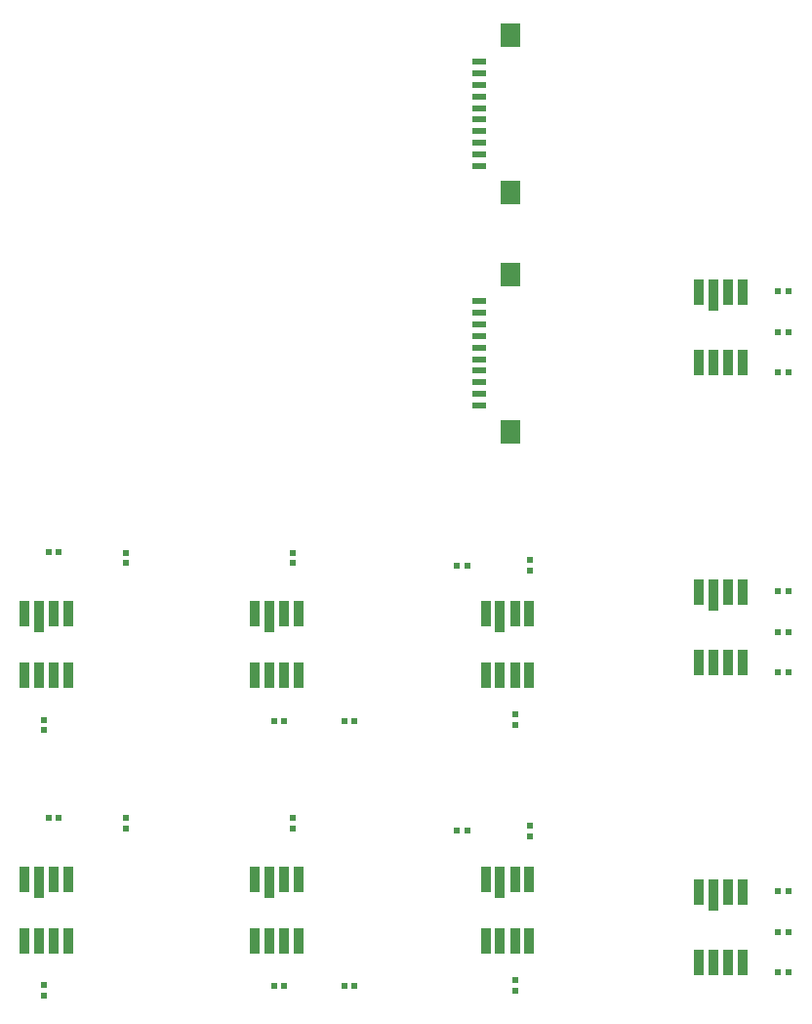
<source format=gbr>
%TF.GenerationSoftware,Altium Limited,Altium Designer,24.3.1 (35)*%
G04 Layer_Color=8421504*
%FSLAX45Y45*%
%MOMM*%
%TF.SameCoordinates,065391E9-2A1D-4ECE-AA0D-878B158C5FC5*%
%TF.FilePolarity,Positive*%
%TF.FileFunction,Paste,Top*%
%TF.Part,CustomerPanel*%
G01*
G75*
%TA.AperFunction,SMDPad,CuDef*%
%ADD10R,1.80000X2.00000*%
%ADD11R,1.30000X0.60000*%
G04:AMPARAMS|DCode=14|XSize=0.55mm|YSize=0.5mm|CornerRadius=0.0625mm|HoleSize=0mm|Usage=FLASHONLY|Rotation=0.000|XOffset=0mm|YOffset=0mm|HoleType=Round|Shape=RoundedRectangle|*
%AMROUNDEDRECTD14*
21,1,0.55000,0.37500,0,0,0.0*
21,1,0.42500,0.50000,0,0,0.0*
1,1,0.12500,0.21250,-0.18750*
1,1,0.12500,-0.21250,-0.18750*
1,1,0.12500,-0.21250,0.18750*
1,1,0.12500,0.21250,0.18750*
%
%ADD14ROUNDEDRECTD14*%
G04:AMPARAMS|DCode=15|XSize=0.55mm|YSize=0.5mm|CornerRadius=0.0625mm|HoleSize=0mm|Usage=FLASHONLY|Rotation=270.000|XOffset=0mm|YOffset=0mm|HoleType=Round|Shape=RoundedRectangle|*
%AMROUNDEDRECTD15*
21,1,0.55000,0.37500,0,0,270.0*
21,1,0.42500,0.50000,0,0,270.0*
1,1,0.12500,-0.18750,-0.21250*
1,1,0.12500,-0.18750,0.21250*
1,1,0.12500,0.18750,0.21250*
1,1,0.12500,0.18750,-0.21250*
%
%ADD15ROUNDEDRECTD15*%
%ADD16R,0.90000X2.25000*%
%ADD17R,0.90000X2.80000*%
D10*
X4927600Y7120001D02*
D03*
Y8479999D02*
D03*
Y6405000D02*
D03*
Y5045003D02*
D03*
D11*
X4652599Y8250002D02*
D03*
Y8150002D02*
D03*
Y8050002D02*
D03*
Y7950002D02*
D03*
Y7850002D02*
D03*
Y7750003D02*
D03*
Y7649998D02*
D03*
Y7549998D02*
D03*
Y7449998D02*
D03*
Y7349998D02*
D03*
Y5275000D02*
D03*
Y5374999D02*
D03*
Y5474999D02*
D03*
Y5574999D02*
D03*
Y5675004D02*
D03*
Y5775004D02*
D03*
Y5875003D02*
D03*
Y5975003D02*
D03*
Y6075003D02*
D03*
Y6175003D02*
D03*
D14*
X876300Y158201D02*
D03*
Y248199D02*
D03*
X1587498Y1695997D02*
D03*
Y1606000D02*
D03*
X876300Y2458201D02*
D03*
Y2548199D02*
D03*
X1587498Y3995997D02*
D03*
Y3906000D02*
D03*
X3041400Y1606001D02*
D03*
Y1696004D02*
D03*
Y3906001D02*
D03*
Y3996004D02*
D03*
X5092200Y1632499D02*
D03*
Y1542501D02*
D03*
X4966600Y203200D02*
D03*
Y293197D02*
D03*
X5092200Y3932499D02*
D03*
Y3842501D02*
D03*
X4966600Y2503200D02*
D03*
Y2593197D02*
D03*
D15*
X920196Y1699300D02*
D03*
X1010199D02*
D03*
X920196Y3999300D02*
D03*
X1010199D02*
D03*
X3574999Y241300D02*
D03*
X3485001D02*
D03*
X2875202D02*
D03*
X2965200D02*
D03*
X3574999Y2541300D02*
D03*
X3485001D02*
D03*
X2875202D02*
D03*
X2965200D02*
D03*
X7250401Y1066800D02*
D03*
X7340399D02*
D03*
X7340404Y361200D02*
D03*
X7250401D02*
D03*
X7340399Y711200D02*
D03*
X7250401D02*
D03*
Y3666800D02*
D03*
X7340399D02*
D03*
X7340404Y2961200D02*
D03*
X7250401D02*
D03*
X7340399Y3311200D02*
D03*
X7250401D02*
D03*
Y6266800D02*
D03*
X7340399D02*
D03*
X7340404Y5561200D02*
D03*
X7250401D02*
D03*
X7340399Y5911200D02*
D03*
X7250401D02*
D03*
X4552999Y1587500D02*
D03*
X4463001D02*
D03*
X4552999Y3887500D02*
D03*
X4463001D02*
D03*
D16*
X711581Y634228D02*
D03*
X836585D02*
D03*
X966582D02*
D03*
X1091585D02*
D03*
X711581Y1169228D02*
D03*
X966582D02*
D03*
X1091585D02*
D03*
X711581Y2934228D02*
D03*
X836585D02*
D03*
X966582D02*
D03*
X1091585D02*
D03*
X711581Y3469228D02*
D03*
X966582D02*
D03*
X1091585D02*
D03*
X2709884Y632526D02*
D03*
X2834883D02*
D03*
X2964885D02*
D03*
X3089884D02*
D03*
X2709884Y1167526D02*
D03*
X2964885D02*
D03*
X3089884D02*
D03*
X2709884Y2932526D02*
D03*
X2834883D02*
D03*
X2964885D02*
D03*
X3089884D02*
D03*
X2709884Y3467526D02*
D03*
X2964885D02*
D03*
X3089884D02*
D03*
X6558800Y444500D02*
D03*
X6939800Y1054100D02*
D03*
X6812800D02*
D03*
X6558800D02*
D03*
X6685800Y444500D02*
D03*
X6812800D02*
D03*
X6939800D02*
D03*
X6558800Y3044500D02*
D03*
X6939800Y3654100D02*
D03*
X6812800D02*
D03*
X6558800D02*
D03*
X6685800Y3044500D02*
D03*
X6812800D02*
D03*
X6939800D02*
D03*
X6558800Y5644500D02*
D03*
X6939800Y6254100D02*
D03*
X6812800D02*
D03*
X6558800D02*
D03*
X6685800Y5644500D02*
D03*
X6812800D02*
D03*
X6939800D02*
D03*
X4711581Y634228D02*
D03*
X4836584D02*
D03*
X4966582D02*
D03*
X5091585D02*
D03*
X4711581Y1169228D02*
D03*
X4966582D02*
D03*
X5091585D02*
D03*
X4711581Y2934228D02*
D03*
X4836584D02*
D03*
X4966582D02*
D03*
X5091585D02*
D03*
X4711581Y3469228D02*
D03*
X4966582D02*
D03*
X5091585D02*
D03*
D17*
X836585Y1141730D02*
D03*
Y3441730D02*
D03*
X2834883Y1140028D02*
D03*
Y3440028D02*
D03*
X6685800Y1028700D02*
D03*
Y3628700D02*
D03*
Y6228700D02*
D03*
X4836584Y1141730D02*
D03*
Y3441730D02*
D03*
%TF.MD5,8b4d76be54b0302edc41e6dac982fce2*%
M02*

</source>
